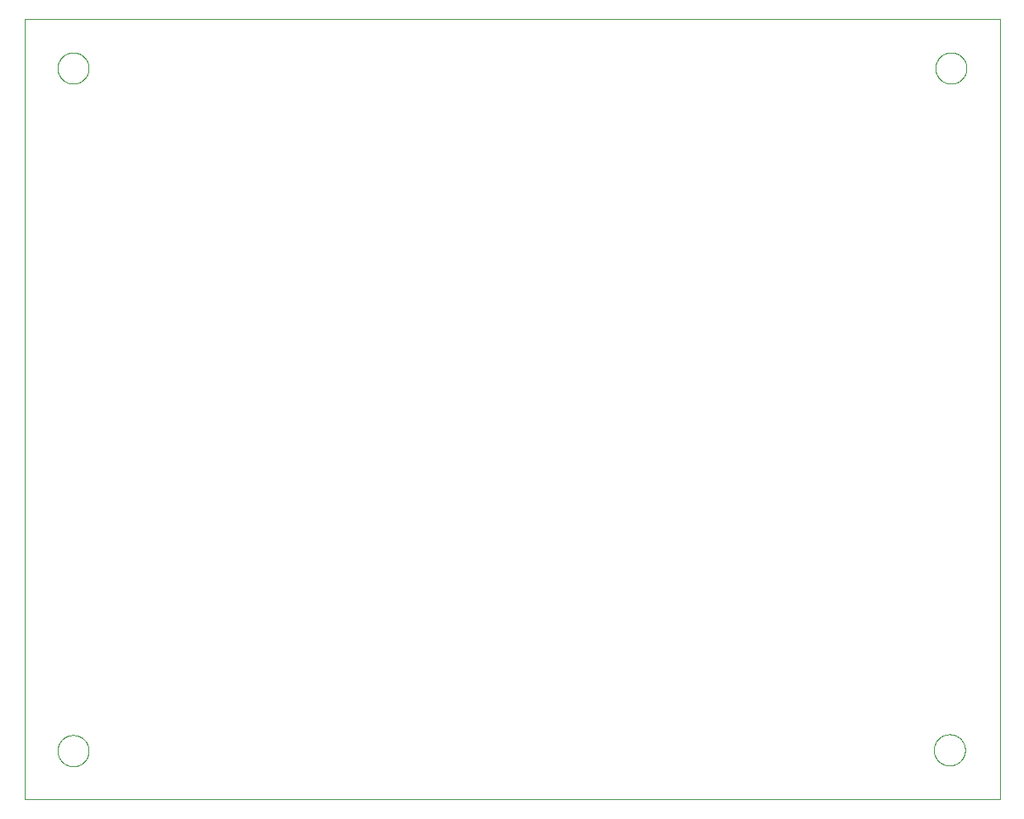
<source format=gbo>
G75*
%MOIN*%
%OFA0B0*%
%FSLAX25Y25*%
%IPPOS*%
%LPD*%
%AMOC8*
5,1,8,0,0,1.08239X$1,22.5*
%
%ADD10C,0.00000*%
D10*
X0001000Y0001000D02*
X0001000Y0315961D01*
X0394701Y0315961D01*
X0394701Y0001000D01*
X0001000Y0001000D01*
X0014386Y0020685D02*
X0014388Y0020843D01*
X0014394Y0021001D01*
X0014404Y0021159D01*
X0014418Y0021317D01*
X0014436Y0021474D01*
X0014457Y0021631D01*
X0014483Y0021787D01*
X0014513Y0021943D01*
X0014546Y0022098D01*
X0014584Y0022251D01*
X0014625Y0022404D01*
X0014670Y0022556D01*
X0014719Y0022707D01*
X0014772Y0022856D01*
X0014828Y0023004D01*
X0014888Y0023150D01*
X0014952Y0023295D01*
X0015020Y0023438D01*
X0015091Y0023580D01*
X0015165Y0023720D01*
X0015243Y0023857D01*
X0015325Y0023993D01*
X0015409Y0024127D01*
X0015498Y0024258D01*
X0015589Y0024387D01*
X0015684Y0024514D01*
X0015781Y0024639D01*
X0015882Y0024761D01*
X0015986Y0024880D01*
X0016093Y0024997D01*
X0016203Y0025111D01*
X0016316Y0025222D01*
X0016431Y0025331D01*
X0016549Y0025436D01*
X0016670Y0025538D01*
X0016793Y0025638D01*
X0016919Y0025734D01*
X0017047Y0025827D01*
X0017177Y0025917D01*
X0017310Y0026003D01*
X0017445Y0026087D01*
X0017581Y0026166D01*
X0017720Y0026243D01*
X0017861Y0026315D01*
X0018003Y0026385D01*
X0018147Y0026450D01*
X0018293Y0026512D01*
X0018440Y0026570D01*
X0018589Y0026625D01*
X0018739Y0026676D01*
X0018890Y0026723D01*
X0019042Y0026766D01*
X0019195Y0026805D01*
X0019350Y0026841D01*
X0019505Y0026872D01*
X0019661Y0026900D01*
X0019817Y0026924D01*
X0019974Y0026944D01*
X0020132Y0026960D01*
X0020289Y0026972D01*
X0020448Y0026980D01*
X0020606Y0026984D01*
X0020764Y0026984D01*
X0020922Y0026980D01*
X0021081Y0026972D01*
X0021238Y0026960D01*
X0021396Y0026944D01*
X0021553Y0026924D01*
X0021709Y0026900D01*
X0021865Y0026872D01*
X0022020Y0026841D01*
X0022175Y0026805D01*
X0022328Y0026766D01*
X0022480Y0026723D01*
X0022631Y0026676D01*
X0022781Y0026625D01*
X0022930Y0026570D01*
X0023077Y0026512D01*
X0023223Y0026450D01*
X0023367Y0026385D01*
X0023509Y0026315D01*
X0023650Y0026243D01*
X0023789Y0026166D01*
X0023925Y0026087D01*
X0024060Y0026003D01*
X0024193Y0025917D01*
X0024323Y0025827D01*
X0024451Y0025734D01*
X0024577Y0025638D01*
X0024700Y0025538D01*
X0024821Y0025436D01*
X0024939Y0025331D01*
X0025054Y0025222D01*
X0025167Y0025111D01*
X0025277Y0024997D01*
X0025384Y0024880D01*
X0025488Y0024761D01*
X0025589Y0024639D01*
X0025686Y0024514D01*
X0025781Y0024387D01*
X0025872Y0024258D01*
X0025961Y0024127D01*
X0026045Y0023993D01*
X0026127Y0023857D01*
X0026205Y0023720D01*
X0026279Y0023580D01*
X0026350Y0023438D01*
X0026418Y0023295D01*
X0026482Y0023150D01*
X0026542Y0023004D01*
X0026598Y0022856D01*
X0026651Y0022707D01*
X0026700Y0022556D01*
X0026745Y0022404D01*
X0026786Y0022251D01*
X0026824Y0022098D01*
X0026857Y0021943D01*
X0026887Y0021787D01*
X0026913Y0021631D01*
X0026934Y0021474D01*
X0026952Y0021317D01*
X0026966Y0021159D01*
X0026976Y0021001D01*
X0026982Y0020843D01*
X0026984Y0020685D01*
X0026982Y0020527D01*
X0026976Y0020369D01*
X0026966Y0020211D01*
X0026952Y0020053D01*
X0026934Y0019896D01*
X0026913Y0019739D01*
X0026887Y0019583D01*
X0026857Y0019427D01*
X0026824Y0019272D01*
X0026786Y0019119D01*
X0026745Y0018966D01*
X0026700Y0018814D01*
X0026651Y0018663D01*
X0026598Y0018514D01*
X0026542Y0018366D01*
X0026482Y0018220D01*
X0026418Y0018075D01*
X0026350Y0017932D01*
X0026279Y0017790D01*
X0026205Y0017650D01*
X0026127Y0017513D01*
X0026045Y0017377D01*
X0025961Y0017243D01*
X0025872Y0017112D01*
X0025781Y0016983D01*
X0025686Y0016856D01*
X0025589Y0016731D01*
X0025488Y0016609D01*
X0025384Y0016490D01*
X0025277Y0016373D01*
X0025167Y0016259D01*
X0025054Y0016148D01*
X0024939Y0016039D01*
X0024821Y0015934D01*
X0024700Y0015832D01*
X0024577Y0015732D01*
X0024451Y0015636D01*
X0024323Y0015543D01*
X0024193Y0015453D01*
X0024060Y0015367D01*
X0023925Y0015283D01*
X0023789Y0015204D01*
X0023650Y0015127D01*
X0023509Y0015055D01*
X0023367Y0014985D01*
X0023223Y0014920D01*
X0023077Y0014858D01*
X0022930Y0014800D01*
X0022781Y0014745D01*
X0022631Y0014694D01*
X0022480Y0014647D01*
X0022328Y0014604D01*
X0022175Y0014565D01*
X0022020Y0014529D01*
X0021865Y0014498D01*
X0021709Y0014470D01*
X0021553Y0014446D01*
X0021396Y0014426D01*
X0021238Y0014410D01*
X0021081Y0014398D01*
X0020922Y0014390D01*
X0020764Y0014386D01*
X0020606Y0014386D01*
X0020448Y0014390D01*
X0020289Y0014398D01*
X0020132Y0014410D01*
X0019974Y0014426D01*
X0019817Y0014446D01*
X0019661Y0014470D01*
X0019505Y0014498D01*
X0019350Y0014529D01*
X0019195Y0014565D01*
X0019042Y0014604D01*
X0018890Y0014647D01*
X0018739Y0014694D01*
X0018589Y0014745D01*
X0018440Y0014800D01*
X0018293Y0014858D01*
X0018147Y0014920D01*
X0018003Y0014985D01*
X0017861Y0015055D01*
X0017720Y0015127D01*
X0017581Y0015204D01*
X0017445Y0015283D01*
X0017310Y0015367D01*
X0017177Y0015453D01*
X0017047Y0015543D01*
X0016919Y0015636D01*
X0016793Y0015732D01*
X0016670Y0015832D01*
X0016549Y0015934D01*
X0016431Y0016039D01*
X0016316Y0016148D01*
X0016203Y0016259D01*
X0016093Y0016373D01*
X0015986Y0016490D01*
X0015882Y0016609D01*
X0015781Y0016731D01*
X0015684Y0016856D01*
X0015589Y0016983D01*
X0015498Y0017112D01*
X0015409Y0017243D01*
X0015325Y0017377D01*
X0015243Y0017513D01*
X0015165Y0017650D01*
X0015091Y0017790D01*
X0015020Y0017932D01*
X0014952Y0018075D01*
X0014888Y0018220D01*
X0014828Y0018366D01*
X0014772Y0018514D01*
X0014719Y0018663D01*
X0014670Y0018814D01*
X0014625Y0018966D01*
X0014584Y0019119D01*
X0014546Y0019272D01*
X0014513Y0019427D01*
X0014483Y0019583D01*
X0014457Y0019739D01*
X0014436Y0019896D01*
X0014418Y0020053D01*
X0014404Y0020211D01*
X0014394Y0020369D01*
X0014388Y0020527D01*
X0014386Y0020685D01*
X0014386Y0296276D02*
X0014388Y0296434D01*
X0014394Y0296592D01*
X0014404Y0296750D01*
X0014418Y0296908D01*
X0014436Y0297065D01*
X0014457Y0297222D01*
X0014483Y0297378D01*
X0014513Y0297534D01*
X0014546Y0297689D01*
X0014584Y0297842D01*
X0014625Y0297995D01*
X0014670Y0298147D01*
X0014719Y0298298D01*
X0014772Y0298447D01*
X0014828Y0298595D01*
X0014888Y0298741D01*
X0014952Y0298886D01*
X0015020Y0299029D01*
X0015091Y0299171D01*
X0015165Y0299311D01*
X0015243Y0299448D01*
X0015325Y0299584D01*
X0015409Y0299718D01*
X0015498Y0299849D01*
X0015589Y0299978D01*
X0015684Y0300105D01*
X0015781Y0300230D01*
X0015882Y0300352D01*
X0015986Y0300471D01*
X0016093Y0300588D01*
X0016203Y0300702D01*
X0016316Y0300813D01*
X0016431Y0300922D01*
X0016549Y0301027D01*
X0016670Y0301129D01*
X0016793Y0301229D01*
X0016919Y0301325D01*
X0017047Y0301418D01*
X0017177Y0301508D01*
X0017310Y0301594D01*
X0017445Y0301678D01*
X0017581Y0301757D01*
X0017720Y0301834D01*
X0017861Y0301906D01*
X0018003Y0301976D01*
X0018147Y0302041D01*
X0018293Y0302103D01*
X0018440Y0302161D01*
X0018589Y0302216D01*
X0018739Y0302267D01*
X0018890Y0302314D01*
X0019042Y0302357D01*
X0019195Y0302396D01*
X0019350Y0302432D01*
X0019505Y0302463D01*
X0019661Y0302491D01*
X0019817Y0302515D01*
X0019974Y0302535D01*
X0020132Y0302551D01*
X0020289Y0302563D01*
X0020448Y0302571D01*
X0020606Y0302575D01*
X0020764Y0302575D01*
X0020922Y0302571D01*
X0021081Y0302563D01*
X0021238Y0302551D01*
X0021396Y0302535D01*
X0021553Y0302515D01*
X0021709Y0302491D01*
X0021865Y0302463D01*
X0022020Y0302432D01*
X0022175Y0302396D01*
X0022328Y0302357D01*
X0022480Y0302314D01*
X0022631Y0302267D01*
X0022781Y0302216D01*
X0022930Y0302161D01*
X0023077Y0302103D01*
X0023223Y0302041D01*
X0023367Y0301976D01*
X0023509Y0301906D01*
X0023650Y0301834D01*
X0023789Y0301757D01*
X0023925Y0301678D01*
X0024060Y0301594D01*
X0024193Y0301508D01*
X0024323Y0301418D01*
X0024451Y0301325D01*
X0024577Y0301229D01*
X0024700Y0301129D01*
X0024821Y0301027D01*
X0024939Y0300922D01*
X0025054Y0300813D01*
X0025167Y0300702D01*
X0025277Y0300588D01*
X0025384Y0300471D01*
X0025488Y0300352D01*
X0025589Y0300230D01*
X0025686Y0300105D01*
X0025781Y0299978D01*
X0025872Y0299849D01*
X0025961Y0299718D01*
X0026045Y0299584D01*
X0026127Y0299448D01*
X0026205Y0299311D01*
X0026279Y0299171D01*
X0026350Y0299029D01*
X0026418Y0298886D01*
X0026482Y0298741D01*
X0026542Y0298595D01*
X0026598Y0298447D01*
X0026651Y0298298D01*
X0026700Y0298147D01*
X0026745Y0297995D01*
X0026786Y0297842D01*
X0026824Y0297689D01*
X0026857Y0297534D01*
X0026887Y0297378D01*
X0026913Y0297222D01*
X0026934Y0297065D01*
X0026952Y0296908D01*
X0026966Y0296750D01*
X0026976Y0296592D01*
X0026982Y0296434D01*
X0026984Y0296276D01*
X0026982Y0296118D01*
X0026976Y0295960D01*
X0026966Y0295802D01*
X0026952Y0295644D01*
X0026934Y0295487D01*
X0026913Y0295330D01*
X0026887Y0295174D01*
X0026857Y0295018D01*
X0026824Y0294863D01*
X0026786Y0294710D01*
X0026745Y0294557D01*
X0026700Y0294405D01*
X0026651Y0294254D01*
X0026598Y0294105D01*
X0026542Y0293957D01*
X0026482Y0293811D01*
X0026418Y0293666D01*
X0026350Y0293523D01*
X0026279Y0293381D01*
X0026205Y0293241D01*
X0026127Y0293104D01*
X0026045Y0292968D01*
X0025961Y0292834D01*
X0025872Y0292703D01*
X0025781Y0292574D01*
X0025686Y0292447D01*
X0025589Y0292322D01*
X0025488Y0292200D01*
X0025384Y0292081D01*
X0025277Y0291964D01*
X0025167Y0291850D01*
X0025054Y0291739D01*
X0024939Y0291630D01*
X0024821Y0291525D01*
X0024700Y0291423D01*
X0024577Y0291323D01*
X0024451Y0291227D01*
X0024323Y0291134D01*
X0024193Y0291044D01*
X0024060Y0290958D01*
X0023925Y0290874D01*
X0023789Y0290795D01*
X0023650Y0290718D01*
X0023509Y0290646D01*
X0023367Y0290576D01*
X0023223Y0290511D01*
X0023077Y0290449D01*
X0022930Y0290391D01*
X0022781Y0290336D01*
X0022631Y0290285D01*
X0022480Y0290238D01*
X0022328Y0290195D01*
X0022175Y0290156D01*
X0022020Y0290120D01*
X0021865Y0290089D01*
X0021709Y0290061D01*
X0021553Y0290037D01*
X0021396Y0290017D01*
X0021238Y0290001D01*
X0021081Y0289989D01*
X0020922Y0289981D01*
X0020764Y0289977D01*
X0020606Y0289977D01*
X0020448Y0289981D01*
X0020289Y0289989D01*
X0020132Y0290001D01*
X0019974Y0290017D01*
X0019817Y0290037D01*
X0019661Y0290061D01*
X0019505Y0290089D01*
X0019350Y0290120D01*
X0019195Y0290156D01*
X0019042Y0290195D01*
X0018890Y0290238D01*
X0018739Y0290285D01*
X0018589Y0290336D01*
X0018440Y0290391D01*
X0018293Y0290449D01*
X0018147Y0290511D01*
X0018003Y0290576D01*
X0017861Y0290646D01*
X0017720Y0290718D01*
X0017581Y0290795D01*
X0017445Y0290874D01*
X0017310Y0290958D01*
X0017177Y0291044D01*
X0017047Y0291134D01*
X0016919Y0291227D01*
X0016793Y0291323D01*
X0016670Y0291423D01*
X0016549Y0291525D01*
X0016431Y0291630D01*
X0016316Y0291739D01*
X0016203Y0291850D01*
X0016093Y0291964D01*
X0015986Y0292081D01*
X0015882Y0292200D01*
X0015781Y0292322D01*
X0015684Y0292447D01*
X0015589Y0292574D01*
X0015498Y0292703D01*
X0015409Y0292834D01*
X0015325Y0292968D01*
X0015243Y0293104D01*
X0015165Y0293241D01*
X0015091Y0293381D01*
X0015020Y0293523D01*
X0014952Y0293666D01*
X0014888Y0293811D01*
X0014828Y0293957D01*
X0014772Y0294105D01*
X0014719Y0294254D01*
X0014670Y0294405D01*
X0014625Y0294557D01*
X0014584Y0294710D01*
X0014546Y0294863D01*
X0014513Y0295018D01*
X0014483Y0295174D01*
X0014457Y0295330D01*
X0014436Y0295487D01*
X0014418Y0295644D01*
X0014404Y0295802D01*
X0014394Y0295960D01*
X0014388Y0296118D01*
X0014386Y0296276D01*
X0368717Y0296276D02*
X0368719Y0296434D01*
X0368725Y0296592D01*
X0368735Y0296750D01*
X0368749Y0296908D01*
X0368767Y0297065D01*
X0368788Y0297222D01*
X0368814Y0297378D01*
X0368844Y0297534D01*
X0368877Y0297689D01*
X0368915Y0297842D01*
X0368956Y0297995D01*
X0369001Y0298147D01*
X0369050Y0298298D01*
X0369103Y0298447D01*
X0369159Y0298595D01*
X0369219Y0298741D01*
X0369283Y0298886D01*
X0369351Y0299029D01*
X0369422Y0299171D01*
X0369496Y0299311D01*
X0369574Y0299448D01*
X0369656Y0299584D01*
X0369740Y0299718D01*
X0369829Y0299849D01*
X0369920Y0299978D01*
X0370015Y0300105D01*
X0370112Y0300230D01*
X0370213Y0300352D01*
X0370317Y0300471D01*
X0370424Y0300588D01*
X0370534Y0300702D01*
X0370647Y0300813D01*
X0370762Y0300922D01*
X0370880Y0301027D01*
X0371001Y0301129D01*
X0371124Y0301229D01*
X0371250Y0301325D01*
X0371378Y0301418D01*
X0371508Y0301508D01*
X0371641Y0301594D01*
X0371776Y0301678D01*
X0371912Y0301757D01*
X0372051Y0301834D01*
X0372192Y0301906D01*
X0372334Y0301976D01*
X0372478Y0302041D01*
X0372624Y0302103D01*
X0372771Y0302161D01*
X0372920Y0302216D01*
X0373070Y0302267D01*
X0373221Y0302314D01*
X0373373Y0302357D01*
X0373526Y0302396D01*
X0373681Y0302432D01*
X0373836Y0302463D01*
X0373992Y0302491D01*
X0374148Y0302515D01*
X0374305Y0302535D01*
X0374463Y0302551D01*
X0374620Y0302563D01*
X0374779Y0302571D01*
X0374937Y0302575D01*
X0375095Y0302575D01*
X0375253Y0302571D01*
X0375412Y0302563D01*
X0375569Y0302551D01*
X0375727Y0302535D01*
X0375884Y0302515D01*
X0376040Y0302491D01*
X0376196Y0302463D01*
X0376351Y0302432D01*
X0376506Y0302396D01*
X0376659Y0302357D01*
X0376811Y0302314D01*
X0376962Y0302267D01*
X0377112Y0302216D01*
X0377261Y0302161D01*
X0377408Y0302103D01*
X0377554Y0302041D01*
X0377698Y0301976D01*
X0377840Y0301906D01*
X0377981Y0301834D01*
X0378120Y0301757D01*
X0378256Y0301678D01*
X0378391Y0301594D01*
X0378524Y0301508D01*
X0378654Y0301418D01*
X0378782Y0301325D01*
X0378908Y0301229D01*
X0379031Y0301129D01*
X0379152Y0301027D01*
X0379270Y0300922D01*
X0379385Y0300813D01*
X0379498Y0300702D01*
X0379608Y0300588D01*
X0379715Y0300471D01*
X0379819Y0300352D01*
X0379920Y0300230D01*
X0380017Y0300105D01*
X0380112Y0299978D01*
X0380203Y0299849D01*
X0380292Y0299718D01*
X0380376Y0299584D01*
X0380458Y0299448D01*
X0380536Y0299311D01*
X0380610Y0299171D01*
X0380681Y0299029D01*
X0380749Y0298886D01*
X0380813Y0298741D01*
X0380873Y0298595D01*
X0380929Y0298447D01*
X0380982Y0298298D01*
X0381031Y0298147D01*
X0381076Y0297995D01*
X0381117Y0297842D01*
X0381155Y0297689D01*
X0381188Y0297534D01*
X0381218Y0297378D01*
X0381244Y0297222D01*
X0381265Y0297065D01*
X0381283Y0296908D01*
X0381297Y0296750D01*
X0381307Y0296592D01*
X0381313Y0296434D01*
X0381315Y0296276D01*
X0381313Y0296118D01*
X0381307Y0295960D01*
X0381297Y0295802D01*
X0381283Y0295644D01*
X0381265Y0295487D01*
X0381244Y0295330D01*
X0381218Y0295174D01*
X0381188Y0295018D01*
X0381155Y0294863D01*
X0381117Y0294710D01*
X0381076Y0294557D01*
X0381031Y0294405D01*
X0380982Y0294254D01*
X0380929Y0294105D01*
X0380873Y0293957D01*
X0380813Y0293811D01*
X0380749Y0293666D01*
X0380681Y0293523D01*
X0380610Y0293381D01*
X0380536Y0293241D01*
X0380458Y0293104D01*
X0380376Y0292968D01*
X0380292Y0292834D01*
X0380203Y0292703D01*
X0380112Y0292574D01*
X0380017Y0292447D01*
X0379920Y0292322D01*
X0379819Y0292200D01*
X0379715Y0292081D01*
X0379608Y0291964D01*
X0379498Y0291850D01*
X0379385Y0291739D01*
X0379270Y0291630D01*
X0379152Y0291525D01*
X0379031Y0291423D01*
X0378908Y0291323D01*
X0378782Y0291227D01*
X0378654Y0291134D01*
X0378524Y0291044D01*
X0378391Y0290958D01*
X0378256Y0290874D01*
X0378120Y0290795D01*
X0377981Y0290718D01*
X0377840Y0290646D01*
X0377698Y0290576D01*
X0377554Y0290511D01*
X0377408Y0290449D01*
X0377261Y0290391D01*
X0377112Y0290336D01*
X0376962Y0290285D01*
X0376811Y0290238D01*
X0376659Y0290195D01*
X0376506Y0290156D01*
X0376351Y0290120D01*
X0376196Y0290089D01*
X0376040Y0290061D01*
X0375884Y0290037D01*
X0375727Y0290017D01*
X0375569Y0290001D01*
X0375412Y0289989D01*
X0375253Y0289981D01*
X0375095Y0289977D01*
X0374937Y0289977D01*
X0374779Y0289981D01*
X0374620Y0289989D01*
X0374463Y0290001D01*
X0374305Y0290017D01*
X0374148Y0290037D01*
X0373992Y0290061D01*
X0373836Y0290089D01*
X0373681Y0290120D01*
X0373526Y0290156D01*
X0373373Y0290195D01*
X0373221Y0290238D01*
X0373070Y0290285D01*
X0372920Y0290336D01*
X0372771Y0290391D01*
X0372624Y0290449D01*
X0372478Y0290511D01*
X0372334Y0290576D01*
X0372192Y0290646D01*
X0372051Y0290718D01*
X0371912Y0290795D01*
X0371776Y0290874D01*
X0371641Y0290958D01*
X0371508Y0291044D01*
X0371378Y0291134D01*
X0371250Y0291227D01*
X0371124Y0291323D01*
X0371001Y0291423D01*
X0370880Y0291525D01*
X0370762Y0291630D01*
X0370647Y0291739D01*
X0370534Y0291850D01*
X0370424Y0291964D01*
X0370317Y0292081D01*
X0370213Y0292200D01*
X0370112Y0292322D01*
X0370015Y0292447D01*
X0369920Y0292574D01*
X0369829Y0292703D01*
X0369740Y0292834D01*
X0369656Y0292968D01*
X0369574Y0293104D01*
X0369496Y0293241D01*
X0369422Y0293381D01*
X0369351Y0293523D01*
X0369283Y0293666D01*
X0369219Y0293811D01*
X0369159Y0293957D01*
X0369103Y0294105D01*
X0369050Y0294254D01*
X0369001Y0294405D01*
X0368956Y0294557D01*
X0368915Y0294710D01*
X0368877Y0294863D01*
X0368844Y0295018D01*
X0368814Y0295174D01*
X0368788Y0295330D01*
X0368767Y0295487D01*
X0368749Y0295644D01*
X0368735Y0295802D01*
X0368725Y0295960D01*
X0368719Y0296118D01*
X0368717Y0296276D01*
X0368115Y0021008D02*
X0368117Y0021166D01*
X0368123Y0021324D01*
X0368133Y0021482D01*
X0368147Y0021640D01*
X0368165Y0021797D01*
X0368186Y0021954D01*
X0368212Y0022110D01*
X0368242Y0022266D01*
X0368275Y0022421D01*
X0368313Y0022574D01*
X0368354Y0022727D01*
X0368399Y0022879D01*
X0368448Y0023030D01*
X0368501Y0023179D01*
X0368557Y0023327D01*
X0368617Y0023473D01*
X0368681Y0023618D01*
X0368749Y0023761D01*
X0368820Y0023903D01*
X0368894Y0024043D01*
X0368972Y0024180D01*
X0369054Y0024316D01*
X0369138Y0024450D01*
X0369227Y0024581D01*
X0369318Y0024710D01*
X0369413Y0024837D01*
X0369510Y0024962D01*
X0369611Y0025084D01*
X0369715Y0025203D01*
X0369822Y0025320D01*
X0369932Y0025434D01*
X0370045Y0025545D01*
X0370160Y0025654D01*
X0370278Y0025759D01*
X0370399Y0025861D01*
X0370522Y0025961D01*
X0370648Y0026057D01*
X0370776Y0026150D01*
X0370906Y0026240D01*
X0371039Y0026326D01*
X0371174Y0026410D01*
X0371310Y0026489D01*
X0371449Y0026566D01*
X0371590Y0026638D01*
X0371732Y0026708D01*
X0371876Y0026773D01*
X0372022Y0026835D01*
X0372169Y0026893D01*
X0372318Y0026948D01*
X0372468Y0026999D01*
X0372619Y0027046D01*
X0372771Y0027089D01*
X0372924Y0027128D01*
X0373079Y0027164D01*
X0373234Y0027195D01*
X0373390Y0027223D01*
X0373546Y0027247D01*
X0373703Y0027267D01*
X0373861Y0027283D01*
X0374018Y0027295D01*
X0374177Y0027303D01*
X0374335Y0027307D01*
X0374493Y0027307D01*
X0374651Y0027303D01*
X0374810Y0027295D01*
X0374967Y0027283D01*
X0375125Y0027267D01*
X0375282Y0027247D01*
X0375438Y0027223D01*
X0375594Y0027195D01*
X0375749Y0027164D01*
X0375904Y0027128D01*
X0376057Y0027089D01*
X0376209Y0027046D01*
X0376360Y0026999D01*
X0376510Y0026948D01*
X0376659Y0026893D01*
X0376806Y0026835D01*
X0376952Y0026773D01*
X0377096Y0026708D01*
X0377238Y0026638D01*
X0377379Y0026566D01*
X0377518Y0026489D01*
X0377654Y0026410D01*
X0377789Y0026326D01*
X0377922Y0026240D01*
X0378052Y0026150D01*
X0378180Y0026057D01*
X0378306Y0025961D01*
X0378429Y0025861D01*
X0378550Y0025759D01*
X0378668Y0025654D01*
X0378783Y0025545D01*
X0378896Y0025434D01*
X0379006Y0025320D01*
X0379113Y0025203D01*
X0379217Y0025084D01*
X0379318Y0024962D01*
X0379415Y0024837D01*
X0379510Y0024710D01*
X0379601Y0024581D01*
X0379690Y0024450D01*
X0379774Y0024316D01*
X0379856Y0024180D01*
X0379934Y0024043D01*
X0380008Y0023903D01*
X0380079Y0023761D01*
X0380147Y0023618D01*
X0380211Y0023473D01*
X0380271Y0023327D01*
X0380327Y0023179D01*
X0380380Y0023030D01*
X0380429Y0022879D01*
X0380474Y0022727D01*
X0380515Y0022574D01*
X0380553Y0022421D01*
X0380586Y0022266D01*
X0380616Y0022110D01*
X0380642Y0021954D01*
X0380663Y0021797D01*
X0380681Y0021640D01*
X0380695Y0021482D01*
X0380705Y0021324D01*
X0380711Y0021166D01*
X0380713Y0021008D01*
X0380711Y0020850D01*
X0380705Y0020692D01*
X0380695Y0020534D01*
X0380681Y0020376D01*
X0380663Y0020219D01*
X0380642Y0020062D01*
X0380616Y0019906D01*
X0380586Y0019750D01*
X0380553Y0019595D01*
X0380515Y0019442D01*
X0380474Y0019289D01*
X0380429Y0019137D01*
X0380380Y0018986D01*
X0380327Y0018837D01*
X0380271Y0018689D01*
X0380211Y0018543D01*
X0380147Y0018398D01*
X0380079Y0018255D01*
X0380008Y0018113D01*
X0379934Y0017973D01*
X0379856Y0017836D01*
X0379774Y0017700D01*
X0379690Y0017566D01*
X0379601Y0017435D01*
X0379510Y0017306D01*
X0379415Y0017179D01*
X0379318Y0017054D01*
X0379217Y0016932D01*
X0379113Y0016813D01*
X0379006Y0016696D01*
X0378896Y0016582D01*
X0378783Y0016471D01*
X0378668Y0016362D01*
X0378550Y0016257D01*
X0378429Y0016155D01*
X0378306Y0016055D01*
X0378180Y0015959D01*
X0378052Y0015866D01*
X0377922Y0015776D01*
X0377789Y0015690D01*
X0377654Y0015606D01*
X0377518Y0015527D01*
X0377379Y0015450D01*
X0377238Y0015378D01*
X0377096Y0015308D01*
X0376952Y0015243D01*
X0376806Y0015181D01*
X0376659Y0015123D01*
X0376510Y0015068D01*
X0376360Y0015017D01*
X0376209Y0014970D01*
X0376057Y0014927D01*
X0375904Y0014888D01*
X0375749Y0014852D01*
X0375594Y0014821D01*
X0375438Y0014793D01*
X0375282Y0014769D01*
X0375125Y0014749D01*
X0374967Y0014733D01*
X0374810Y0014721D01*
X0374651Y0014713D01*
X0374493Y0014709D01*
X0374335Y0014709D01*
X0374177Y0014713D01*
X0374018Y0014721D01*
X0373861Y0014733D01*
X0373703Y0014749D01*
X0373546Y0014769D01*
X0373390Y0014793D01*
X0373234Y0014821D01*
X0373079Y0014852D01*
X0372924Y0014888D01*
X0372771Y0014927D01*
X0372619Y0014970D01*
X0372468Y0015017D01*
X0372318Y0015068D01*
X0372169Y0015123D01*
X0372022Y0015181D01*
X0371876Y0015243D01*
X0371732Y0015308D01*
X0371590Y0015378D01*
X0371449Y0015450D01*
X0371310Y0015527D01*
X0371174Y0015606D01*
X0371039Y0015690D01*
X0370906Y0015776D01*
X0370776Y0015866D01*
X0370648Y0015959D01*
X0370522Y0016055D01*
X0370399Y0016155D01*
X0370278Y0016257D01*
X0370160Y0016362D01*
X0370045Y0016471D01*
X0369932Y0016582D01*
X0369822Y0016696D01*
X0369715Y0016813D01*
X0369611Y0016932D01*
X0369510Y0017054D01*
X0369413Y0017179D01*
X0369318Y0017306D01*
X0369227Y0017435D01*
X0369138Y0017566D01*
X0369054Y0017700D01*
X0368972Y0017836D01*
X0368894Y0017973D01*
X0368820Y0018113D01*
X0368749Y0018255D01*
X0368681Y0018398D01*
X0368617Y0018543D01*
X0368557Y0018689D01*
X0368501Y0018837D01*
X0368448Y0018986D01*
X0368399Y0019137D01*
X0368354Y0019289D01*
X0368313Y0019442D01*
X0368275Y0019595D01*
X0368242Y0019750D01*
X0368212Y0019906D01*
X0368186Y0020062D01*
X0368165Y0020219D01*
X0368147Y0020376D01*
X0368133Y0020534D01*
X0368123Y0020692D01*
X0368117Y0020850D01*
X0368115Y0021008D01*
M02*

</source>
